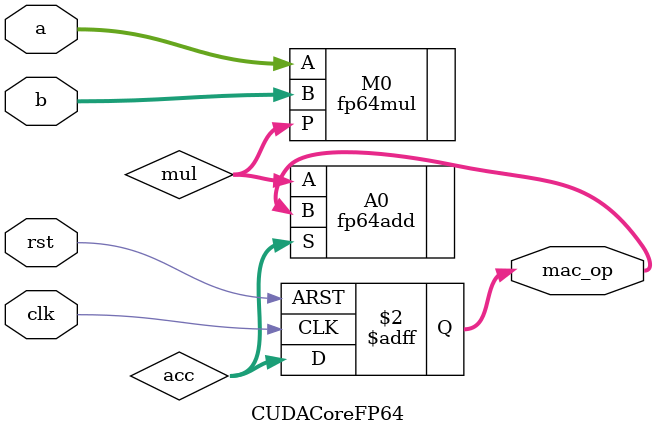
<source format=v>
module CUDACoreFP64 (
    input clk, rst,
    input [63:0] a, b,
    output reg [63:0] mac_op
);
    wire [63:0] mul, acc;
    fp64mul M0(.A(a), .B(b), .P(mul));
    fp64add A0(.A(mul), .B(mac_op), .S(acc));

    always @(posedge clk or posedge rst) begin
        if(rst)
            mac_op <= 64'd0;
        else
            mac_op <= acc;
    end
endmodule

</source>
